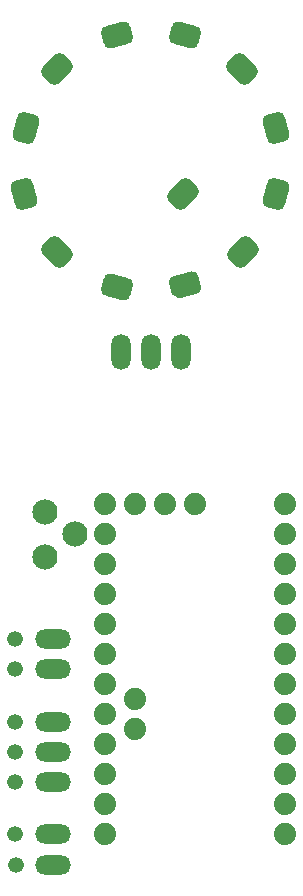
<source format=gbr>
%TF.GenerationSoftware,KiCad,Pcbnew,7.0.6*%
%TF.CreationDate,2024-06-04T12:28:42+02:00*%
%TF.ProjectId,ToneGenerator,546f6e65-4765-46e6-9572-61746f722e6b,rev?*%
%TF.SameCoordinates,Original*%
%TF.FileFunction,Soldermask,Bot*%
%TF.FilePolarity,Negative*%
%FSLAX45Y45*%
G04 Gerber Fmt 4.5, Leading zero omitted, Abs format (unit mm)*
G04 Created by KiCad (PCBNEW 7.0.6) date 2024-06-04 12:28:42*
%MOMM*%
%LPD*%
G01*
G04 APERTURE LIST*
G04 Aperture macros list*
%AMRoundRect*
0 Rectangle with rounded corners*
0 $1 Rounding radius*
0 $2 $3 $4 $5 $6 $7 $8 $9 X,Y pos of 4 corners*
0 Add a 4 corners polygon primitive as box body*
4,1,4,$2,$3,$4,$5,$6,$7,$8,$9,$2,$3,0*
0 Add four circle primitives for the rounded corners*
1,1,$1+$1,$2,$3*
1,1,$1+$1,$4,$5*
1,1,$1+$1,$6,$7*
1,1,$1+$1,$8,$9*
0 Add four rect primitives between the rounded corners*
20,1,$1+$1,$2,$3,$4,$5,0*
20,1,$1+$1,$4,$5,$6,$7,0*
20,1,$1+$1,$6,$7,$8,$9,0*
20,1,$1+$1,$8,$9,$2,$3,0*%
%AMFreePoly0*
4,1,47,0.799497,0.949497,1.249497,0.499497,1.270000,0.450000,1.270000,-0.451637,1.269847,-0.454906,1.261849,-0.540195,1.258227,-0.556779,1.213924,-0.683390,1.204174,-0.701838,1.124520,-0.809765,1.109765,-0.824520,1.001838,-0.904174,0.983390,-0.913924,0.856779,-0.958226,0.840195,-0.961849,0.754906,-0.969847,0.751637,-0.970000,-0.751637,-0.970000,-0.754906,-0.969847,-0.840195,-0.961849,
-0.856779,-0.958227,-0.983390,-0.913924,-1.001838,-0.904174,-1.109765,-0.824520,-1.124520,-0.809765,-1.204174,-0.701838,-1.213924,-0.683390,-1.258227,-0.556779,-1.261849,-0.540195,-1.269847,-0.454906,-1.270000,-0.451637,-1.270000,0.451637,-1.269847,0.454906,-1.261849,0.540195,-1.258227,0.556779,-1.213924,0.683390,-1.204174,0.701838,-1.124520,0.809765,-1.109765,0.824520,-1.001838,0.904174,
-0.983390,0.913924,-0.856779,0.958226,-0.840195,0.961849,-0.754906,0.969847,-0.751637,0.970000,0.750000,0.970000,0.799497,0.949497,0.799497,0.949497,$1*%
G04 Aperture macros list end*
%ADD10C,1.340000*%
%ADD11O,3.048000X1.625600*%
%ADD12C,2.133600*%
%ADD13C,1.879600*%
%ADD14FreePoly0,195.000000*%
%ADD15RoundRect,0.520000X0.212132X0.848528X-0.848528X-0.212132X-0.212132X-0.848528X0.848528X0.212132X0*%
%ADD16RoundRect,0.520000X-0.240552X0.840913X-0.628781X-0.607976X0.240552X-0.840913X0.628781X0.607976X0*%
%ADD17RoundRect,0.520000X-0.628781X0.607976X-0.240552X-0.840913X0.628781X-0.607976X0.240552X0.840913X0*%
%ADD18RoundRect,0.520000X-0.848528X0.212132X0.212132X-0.848528X0.848528X-0.212132X-0.212132X0.848528X0*%
%ADD19RoundRect,0.520000X-0.840913X-0.240552X0.607976X-0.628781X0.840913X0.240552X-0.607976X0.628781X0*%
%ADD20RoundRect,0.520000X-0.607976X-0.628781X0.840913X-0.240552X0.607976X0.628781X-0.840913X0.240552X0*%
%ADD21RoundRect,0.520000X-0.212132X-0.848528X0.848528X0.212132X0.212132X0.848528X-0.848528X-0.212132X0*%
%ADD22RoundRect,0.520000X0.240552X-0.840913X0.628781X0.607976X-0.240552X0.840913X-0.628781X-0.607976X0*%
%ADD23RoundRect,0.520000X0.628781X-0.607976X0.240552X0.840913X-0.628781X0.607976X-0.240552X-0.840913X0*%
%ADD24RoundRect,0.520000X0.848528X-0.212132X-0.212132X0.848528X-0.848528X0.212132X0.212132X-0.848528X0*%
%ADD25RoundRect,0.520000X0.840913X0.240552X-0.607976X0.628781X-0.840913X-0.240552X0.607976X-0.628781X0*%
%ADD26O,1.625600X3.048000*%
G04 APERTURE END LIST*
D10*
%TO.C,+9V0*%
X13036620Y-14600640D03*
D11*
X13354120Y-14600640D03*
%TD*%
D12*
%TO.C,Q1*%
X13284200Y-11607800D03*
X13538200Y-11798300D03*
X13284200Y-11988800D03*
%TD*%
D10*
%TO.C,HP2*%
X13030200Y-12687300D03*
D11*
X13347700Y-12687300D03*
%TD*%
D10*
%TO.C,S-0*%
X13030200Y-14338300D03*
D11*
X13347700Y-14338300D03*
%TD*%
D10*
%TO.C,S+0*%
X13030200Y-13385800D03*
D11*
X13347700Y-13385800D03*
%TD*%
D13*
%TO.C,ARD1*%
X13792200Y-12560300D03*
X13792200Y-12814300D03*
X13792200Y-13068300D03*
X13792200Y-13322300D03*
X14046200Y-13195300D03*
X14046200Y-13449300D03*
X14300200Y-11544300D03*
X14046200Y-11544300D03*
X15316200Y-13322300D03*
X15316200Y-13068300D03*
X15316200Y-12814300D03*
X15316200Y-12560300D03*
X15316200Y-12306300D03*
X15316200Y-12052300D03*
X15316200Y-11798300D03*
X15316200Y-11544300D03*
X13792200Y-11544300D03*
X13792200Y-11798300D03*
X13792200Y-12052300D03*
X13792200Y-12306300D03*
X15316200Y-13576300D03*
X13792200Y-14084300D03*
X14554200Y-11544300D03*
X13792200Y-14338300D03*
X13792200Y-13830300D03*
X15316200Y-13830300D03*
X15316200Y-14084300D03*
X15316200Y-14338300D03*
X13792200Y-13576300D03*
%TD*%
D14*
%TO.C,J100*%
X14465300Y-9690100D03*
D15*
X14960600Y-9410700D03*
D16*
X15240000Y-8915400D03*
D17*
X15240000Y-8356600D03*
D18*
X14947900Y-7861300D03*
D19*
X14465300Y-7569200D03*
D20*
X13893800Y-7569200D03*
D21*
X13385800Y-7861300D03*
D22*
X13119100Y-8356600D03*
D23*
X13106400Y-8915400D03*
D24*
X13385800Y-9410700D03*
D25*
X13893800Y-9702800D03*
D15*
X14452600Y-8915400D03*
%TD*%
D10*
%TO.C,SIN0*%
X13030200Y-13639800D03*
D11*
X13347700Y-13639800D03*
%TD*%
D10*
%TO.C,GND0*%
X13030200Y-13893800D03*
D11*
X13347700Y-13893800D03*
%TD*%
D10*
%TO.C,HP1*%
X13030200Y-12941300D03*
D11*
X13347700Y-12941300D03*
%TD*%
D26*
%TO.C,CN100*%
X13926089Y-10258662D03*
X14180089Y-10258662D03*
X14432592Y-10258662D03*
%TD*%
M02*

</source>
